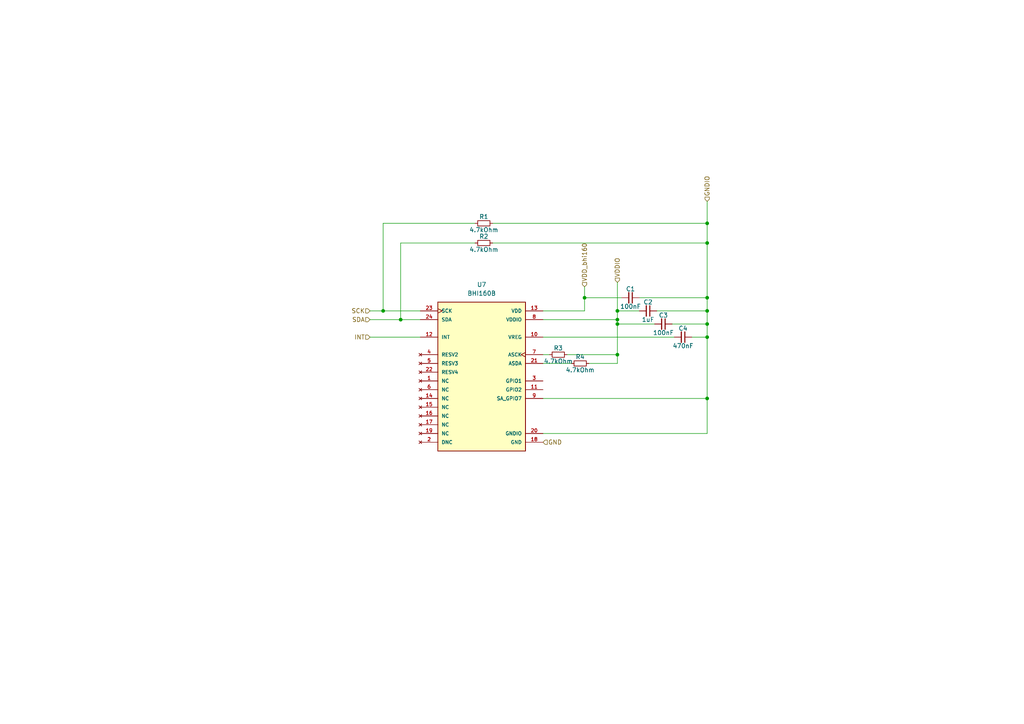
<source format=kicad_sch>
(kicad_sch (version 20230121) (generator eeschema)
  (paper "A4")
  (lib_symbols
    (symbol "BHI160B_1" (pin_names (offset 1.016))
      (property "Reference" "U" (at -12.7 22.86 0))
      (property "Value" "BHI160B" (at -12.7 -27.94 0))
      (symbol "BHI160B_1_0_0"
        (rectangle (start -12.7 20.32) (end 12.7 -22.86) (stroke (width 0.254)) (fill (type background)))
        (pin no_connect line (at -17.78 -2.54 0) (length 5.08) (name "NC") (number "1"))
        (pin passive line (at 17.78 10.16 180) (length 5.08) (name "VREG") (number "10"))
        (pin bidirectional line (at 17.78 -5.08 180) (length 5.08) (name "GPIO2") (number "11"))
        (pin output line (at -17.78 10.16 0) (length 5.08) (name "INT") (number "12"))
        (pin power_in line (at 17.78 17.78 180) (length 5.08) (name "VDD") (number "13"))
        (pin no_connect line (at -17.78 -7.62 0) (length 5.08) (name "NC") (number "14"))
        (pin no_connect line (at -17.78 -12.7 0) (length 5.08) (name "NC") (number "16"))
        (pin no_connect line (at -17.78 -15.24 0) (length 5.08) (name "NC") (number "17"))
        (pin power_in line (at 17.78 -20.32 180) (length 5.08) (name "GND") (number "18"))
        (pin no_connect line (at -17.78 -17.78 0) (length 5.08) (name "NC") (number "19"))
        (pin no_connect line (at -17.78 -20.32 0) (length 5.08) (name "DNC") (number "2"))
        (pin power_in line (at 17.78 -17.78 180) (length 5.08) (name "GNDIO") (number "20"))
        (pin input line (at 17.78 2.54 180) (length 5.08) (name "ASDA") (number "21"))
        (pin no_connect line (at -17.78 0 0) (length 5.08) (name "RESV4") (number "22"))
        (pin input clock (at -17.78 17.78 0) (length 5.08) (name "SCK") (number "23"))
        (pin input line (at -17.78 15.24 0) (length 5.08) (name "SDA") (number "24"))
        (pin bidirectional line (at 17.78 -2.54 180) (length 5.08) (name "GPIO1") (number "3"))
        (pin no_connect line (at -17.78 5.08 0) (length 5.08) (name "RESV2") (number "4"))
        (pin no_connect line (at -17.78 2.54 0) (length 5.08) (name "RESV3") (number "5"))
        (pin input clock (at 17.78 5.08 180) (length 5.08) (name "ASCK") (number "7"))
        (pin power_in line (at 17.78 15.24 180) (length 5.08) (name "VDDIO") (number "8"))
        (pin bidirectional line (at 17.78 -7.62 180) (length 5.08) (name "SA_GPIO7") (number "9"))
      )
      (symbol "BHI160B_1_1_0"
        (pin no_connect line (at -17.78 -10.16 0) (length 5.08) (name "NC") (number "15"))
        (pin no_connect line (at -17.78 -5.08 0) (length 5.08) (name "NC") (number "6"))
      )
    )
    (symbol "Device:C_Small" (pin_numbers hide) (pin_names (offset 0.254) hide)
      (property "Reference" "C" (at 0.254 1.778 0))
      (property "Value" "C_Small" (at 0.254 -2.032 0))
      (symbol "C_Small_0_1"
        (polyline (pts (xy -1.524 -0.508) (xy 1.524 -0.508)) (stroke (width 0.3302)))
        (polyline (pts (xy -1.524 0.508) (xy 1.524 0.508)) (stroke (width 0.3048)))
      )
      (symbol "C_Small_1_1"
        (pin passive line (at 0 2.54 270) (length 2.032) (name "~") (number "1"))
        (pin passive line (at 0 -2.54 90) (length 2.032) (name "~") (number "2"))
      )
    )
    (symbol "Device:R_Small" (pin_numbers hide) (pin_names (offset 0.254) hide)
      (property "Reference" "R" (at 0.762 0.508 0))
      (property "Value" "R_Small" (at 0.762 -1.016 0))
      (symbol "R_Small_0_1"
        (rectangle (start -0.762 1.778) (end 0.762 -1.778) (stroke (width 0.2032)))
      )
      (symbol "R_Small_1_1"
        (pin passive line (at 0 2.54 270) (length 0.762) (name "~") (number "1"))
        (pin passive line (at 0 -2.54 90) (length 0.762) (name "~") (number "2"))
      )
    )
  )
  (junction (at 179.07 92.71))
  (junction (at 169.545 86.36))
  (junction (at 179.07 93.98))
  (junction (at 205.105 70.485))
  (junction (at 205.105 93.98))
  (junction (at 205.105 90.17))
  (junction (at 205.105 86.36))
  (junction (at 179.07 90.17))
  (junction (at 111.125 90.17))
  (junction (at 205.105 64.77))
  (junction (at 205.105 97.79))
  (junction (at 116.205 92.71))
  (junction (at 205.105 115.57))
  (junction (at 179.07 102.87))
  (wire (pts (xy 205.105 64.77) (xy 205.105 70.485)))
  (wire (pts (xy 179.07 92.71) (xy 179.07 93.98)))
  (wire (pts (xy 157.48 115.57) (xy 205.105 115.57)))
  (wire (pts (xy 179.07 93.98) (xy 179.07 102.87)))
  (wire (pts (xy 205.105 86.36) (xy 205.105 90.17)))
  (wire (pts (xy 170.815 105.41) (xy 179.07 105.41)))
  (wire (pts (xy 157.48 102.87) (xy 159.385 102.87)))
  (wire (pts (xy 179.07 81.915) (xy 179.07 90.17)))
  (wire (pts (xy 169.545 86.36) (xy 169.545 90.17)))
  (wire (pts (xy 179.07 93.98) (xy 189.865 93.98)))
  (wire (pts (xy 137.795 70.485) (xy 116.205 70.485)))
  (wire (pts (xy 179.07 102.87) (xy 179.07 105.41)))
  (wire (pts (xy 205.105 93.98) (xy 205.105 97.79)))
  (wire (pts (xy 200.66 97.79) (xy 205.105 97.79)))
  (wire (pts (xy 142.875 64.77) (xy 205.105 64.77)))
  (wire (pts (xy 205.105 70.485) (xy 205.105 86.36)))
  (wire (pts (xy 169.545 86.36) (xy 180.34 86.36)))
  (wire (pts (xy 116.205 92.71) (xy 121.92 92.71)))
  (wire (pts (xy 185.42 86.36) (xy 205.105 86.36)))
  (wire (pts (xy 194.945 93.98) (xy 205.105 93.98)))
  (wire (pts (xy 111.125 90.17) (xy 121.92 90.17)))
  (wire (pts (xy 157.48 105.41) (xy 165.735 105.41)))
  (wire (pts (xy 157.48 97.79) (xy 195.58 97.79)))
  (wire (pts (xy 157.48 92.71) (xy 179.07 92.71)))
  (wire (pts (xy 157.48 90.17) (xy 169.545 90.17)))
  (wire (pts (xy 116.205 70.485) (xy 116.205 92.71)))
  (wire (pts (xy 179.07 90.17) (xy 179.07 92.71)))
  (wire (pts (xy 169.545 83.185) (xy 169.545 86.36)))
  (wire (pts (xy 137.795 64.77) (xy 111.125 64.77)))
  (wire (pts (xy 205.105 97.79) (xy 205.105 115.57)))
  (wire (pts (xy 205.105 58.42) (xy 205.105 64.77)))
  (wire (pts (xy 107.315 90.17) (xy 111.125 90.17)))
  (wire (pts (xy 205.105 125.73) (xy 205.105 115.57)))
  (wire (pts (xy 179.07 90.17) (xy 185.42 90.17)))
  (wire (pts (xy 190.5 90.17) (xy 205.105 90.17)))
  (wire (pts (xy 142.875 70.485) (xy 205.105 70.485)))
  (wire (pts (xy 107.315 92.71) (xy 116.205 92.71)))
  (wire (pts (xy 205.105 90.17) (xy 205.105 93.98)))
  (wire (pts (xy 157.48 125.73) (xy 205.105 125.73)))
  (wire (pts (xy 107.315 97.79) (xy 121.92 97.79)))
  (wire (pts (xy 111.125 64.77) (xy 111.125 90.17)))
  (wire (pts (xy 164.465 102.87) (xy 179.07 102.87)))
  (hierarchical_label "VDDIO" (shape input) (at 179.07 81.915 90))
  (hierarchical_label "VDD_bhi160" (shape input) (at 169.545 83.185 90))
  (hierarchical_label "SDA" (shape input) (at 107.315 92.71 180))
  (hierarchical_label "INT" (shape input) (at 107.315 97.79 180))
  (hierarchical_label "GND" (shape input) (at 157.48 128.27 0))
  (hierarchical_label "SCK" (shape input) (at 107.315 90.17 180))
  (hierarchical_label "GNDIO" (shape input) (at 205.105 58.42 90))
  (symbol (lib_id "Device:R_Small") (at 168.275 105.41 90) (unit 1)
    (property "Reference" "R4" (at 168.275 103.505 90))
    (property "Value" "4.7kOhm" (at 168.275 107.315 90))
  )
  (symbol (lib_id "Device:C_Small") (at 198.12 97.79 270) (mirror x) (unit 1)
    (property "Reference" "C4" (at 198.12 95.25 90))
    (property "Value" "470nF" (at 198.12 100.33 90))
  )
  (symbol (lib_id "Device:C_Small") (at 192.405 93.98 270) (mirror x) (unit 1)
    (property "Reference" "C3" (at 192.405 91.44 90))
    (property "Value" "100nF" (at 192.405 96.52 90))
  )
  (symbol (lib_id "Device:C_Small") (at 187.96 90.17 270) (unit 1)
    (property "Reference" "C2" (at 187.96 87.63 90))
    (property "Value" "1uF" (at 187.96 92.71 90))
  )
  (symbol (lib_name "BHI160B_1") (lib_id "BHI160B:BHI160B") (at 139.7 107.95 0) (unit 1)
    (property "Reference" "U7" (at 139.7 82.55 0))
    (property "Value" "BHI160B" (at 139.7 85.09 0))
    (property "Footprint" "BHI160B:IC_BHI160B" (effects hide))
    (property "MF" "Bosch Sensortec" (effects hide))
    (property "MAXIMUM_PACKAGE_HEIGHT" "1 mm" (effects hide))
    (property "STANDARD" "Manufacturer Recommendations" (effects hide))
    (property "PARTREV" "1.6" (effects hide))
    (property "MP" "BHI160B" (effects hide))
    (property "Description" "\nAccelerometer, Gyroscope, 6 Axis Sensor I²C Output\n" (effects hide))
    (property "MANUFACTURER" "BOSCH" (effects hide))
  )
  (symbol (lib_id "Device:C_Small") (at 182.88 86.36 270) (unit 1)
    (property "Reference" "C1" (at 182.88 83.82 90))
    (property "Value" "100nF" (at 182.88 88.9 90))
  )
  (symbol (lib_id "Device:R_Small") (at 140.335 64.77 90) (unit 1)
    (property "Reference" "R1" (at 140.335 62.865 90))
    (property "Value" "4.7kOhm" (at 140.335 66.675 90))
  )
  (symbol (lib_id "Device:R_Small") (at 140.335 70.485 90) (unit 1)
    (property "Reference" "R2" (at 140.335 68.58 90))
    (property "Value" "4.7kOhm" (at 140.335 72.39 90))
  )
  (symbol (lib_id "Device:R_Small") (at 161.925 102.87 90) (unit 1)
    (property "Reference" "R3" (at 161.925 100.965 90))
    (property "Value" "4.7kOhm" (at 161.925 104.775 90))
  )
)
</source>
